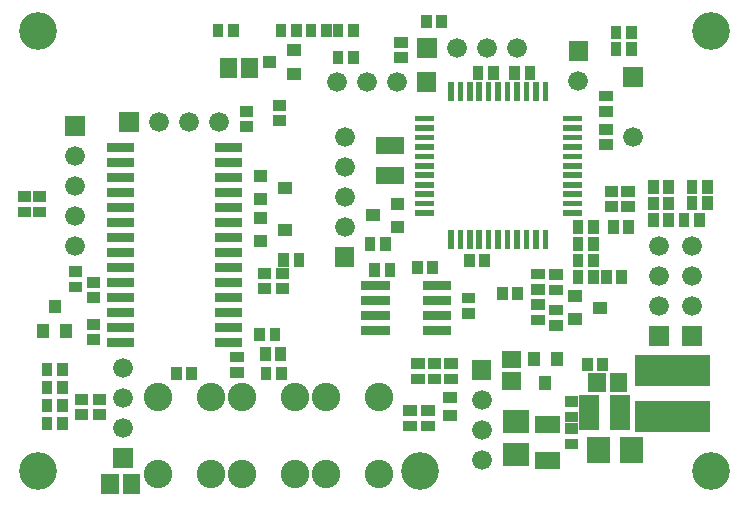
<source format=gbr>
G04 start of page 4 for group -4063 idx -4063 *
G04 Title: (unknown), componentmask *
G04 Creator: pcb 20091103 *
G04 CreationDate: Fri 29 Oct 2010 14:31:42 GMT UTC *
G04 For: thomas *
G04 Format: Gerber/RS-274X *
G04 PCB-Dimensions: 600000 500000 *
G04 PCB-Coordinate-Origin: lower left *
%MOIN*%
%FSLAX25Y25*%
%LNFRONTMASK*%
%ADD15C,0.0200*%
%ADD29R,0.0300X0.0300*%
%ADD35C,0.1260*%
%ADD36C,0.0660*%
%ADD37C,0.0950*%
%ADD38R,0.0355X0.0355*%
%ADD39R,0.0572X0.0572*%
%ADD40R,0.0400X0.0400*%
%ADD41R,0.0550X0.0550*%
%ADD42R,0.0187X0.0187*%
%ADD43R,0.0440X0.0440*%
%ADD44R,0.1027X0.1027*%
%ADD45R,0.0750X0.0750*%
%ADD46R,0.0360X0.0360*%
G54D35*X74394Y246276D03*
G54D15*G36*
X101700Y219300D02*Y212700D01*
X108300D01*
Y219300D01*
X101700D01*
G37*
G54D36*X115000Y216000D03*
X125000D03*
X135000D03*
G54D15*G36*
X83692Y218080D02*Y211480D01*
X90292D01*
Y218080D01*
X83692D01*
G37*
G54D36*X86992Y204780D03*
Y194780D03*
Y184780D03*
Y174780D03*
G54D35*X298803Y99819D03*
Y246276D03*
G54D15*G36*
X289204Y148002D02*Y141402D01*
X295804D01*
Y148002D01*
X289204D01*
G37*
G54D36*X292504Y154702D03*
Y164702D03*
Y174702D03*
X214315Y240764D03*
X224315D03*
G54D15*G36*
X219125Y136505D02*Y129905D01*
X225725D01*
Y136505D01*
X219125D01*
G37*
G54D36*X222425Y123205D03*
Y113205D03*
Y103205D03*
X234315Y240764D03*
G54D15*G36*
X269519Y234254D02*Y227654D01*
X276119D01*
Y234254D01*
X269519D01*
G37*
G54D36*X272819Y210954D03*
G54D15*G36*
X251409Y243041D02*Y236441D01*
X258009D01*
Y243041D01*
X251409D01*
G37*
G54D36*X254709Y229741D03*
G54D15*G36*
X278180Y147923D02*Y141323D01*
X284780D01*
Y147923D01*
X278180D01*
G37*
G54D36*X281480Y154623D03*
Y164623D03*
Y174623D03*
G54D37*X114551Y98638D03*
Y124228D03*
X132267D03*
Y98638D03*
X142504D03*
Y124228D03*
G54D15*G36*
X99700Y107300D02*Y100700D01*
X106300D01*
Y107300D01*
X99700D01*
G37*
G54D36*X103000Y114000D03*
Y124000D03*
Y134000D03*
G54D35*X74394Y99819D03*
G54D15*G36*
X201015Y244064D02*Y237464D01*
X207615D01*
Y244064D01*
X201015D01*
G37*
G36*
X200762Y232663D02*Y226063D01*
X207362D01*
Y232663D01*
X200762D01*
G37*
G54D36*X194062Y229363D03*
X184062D03*
X174062D03*
X176756Y210922D03*
G54D15*G36*
X173456Y174222D02*Y167622D01*
X180056D01*
Y174222D01*
X173456D01*
G37*
G54D36*X176756Y180922D03*
Y190922D03*
Y200922D03*
G54D37*X170457Y98638D03*
Y124228D03*
X160220D03*
Y98638D03*
X188173Y124228D03*
Y98638D03*
G54D35*X201953Y99819D03*
G54D38*X139654Y247052D02*Y246068D01*
X134536Y247052D02*Y246068D01*
G54D39*X138095Y234346D02*Y233560D01*
X145181Y234346D02*Y233560D01*
G54D38*X155536Y247052D02*Y246068D01*
G54D40*X151400Y236000D02*X152000D01*
G54D38*X160654Y247052D02*Y246068D01*
X165536Y247052D02*Y246068D01*
X143508Y219559D02*X144492D01*
X143508Y214441D02*X144492D01*
X154508Y216441D02*X155492D01*
X154508Y221559D02*X155492D01*
G54D40*X159600Y232100D02*X160200D01*
X159600Y239900D02*X160200D01*
G54D38*X174536Y247052D02*Y246068D01*
X179654Y247052D02*Y246068D01*
X170654Y247052D02*Y246068D01*
X179654Y238052D02*Y237068D01*
X174536Y238052D02*Y237068D01*
X195162Y237417D02*X196146D01*
X195162Y242535D02*X196146D01*
X204000Y249984D02*Y249000D01*
X209118Y249984D02*Y249000D01*
G54D29*X135095Y152560D02*X141095D01*
X135095Y157560D02*X141095D01*
X135095Y162560D02*X141095D01*
G54D38*X155508Y160441D02*X156492D01*
G54D29*X135095Y167560D02*X141095D01*
X135095Y172560D02*X141095D01*
X135095Y177560D02*X141095D01*
G54D38*X156441Y170492D02*Y169508D01*
X161559Y170492D02*Y169508D01*
X155508Y165559D02*X156492D01*
G54D29*X135095Y182560D02*X141095D01*
X135095Y187560D02*X141095D01*
X135095Y192560D02*X141095D01*
X135095Y197560D02*X141095D01*
X135095Y202560D02*X141095D01*
X135095Y207560D02*X141095D01*
G54D38*X185221Y175901D02*Y174917D01*
G54D41*X190142Y198245D02*X193742D01*
X190142Y208245D02*X193742D01*
G54D40*X194079Y180996D02*X194679D01*
X194079Y188796D02*X194679D01*
X185879Y184896D02*X186479D01*
G54D38*X190339Y175901D02*Y174917D01*
X200969Y168029D02*Y167045D01*
X186795Y167240D02*Y166256D01*
X191913Y167240D02*Y166256D01*
G54D29*X183728Y161651D02*X190228D01*
X183728Y156651D02*X190228D01*
X183728Y151651D02*X190228D01*
X183728Y146651D02*X190228D01*
X204228D02*X210728D01*
X204228Y151651D02*X210728D01*
X204228Y156651D02*X210728D01*
X204228Y161651D02*X210728D01*
G54D38*X206087Y168029D02*Y167045D01*
X86603Y161001D02*X87587D01*
X92508Y157441D02*X93492D01*
X92508Y162559D02*X93492D01*
X86603Y166119D02*X87587D01*
G54D40*X76200Y146600D02*Y146000D01*
X80100Y154800D02*Y154200D01*
X84000Y146600D02*Y146000D01*
G54D38*X92508Y143441D02*X93492D01*
X92508Y148559D02*X93492D01*
X149508Y160441D02*X150492D01*
X149508Y165559D02*X150492D01*
G54D40*X156600Y180100D02*X157200D01*
G54D38*X155693Y132594D02*Y131610D01*
X150575Y132594D02*Y131610D01*
X150378Y139190D02*Y138206D01*
X155496Y139190D02*Y138206D01*
X153527Y145685D02*Y144701D01*
X140339Y137614D02*X141323D01*
G54D29*X135095Y142560D02*X141095D01*
X135095Y147560D02*X141095D01*
G54D38*X148409Y145685D02*Y144701D01*
X125772Y132594D02*Y131610D01*
X120654Y132594D02*Y131610D01*
G54D40*X148400Y198000D02*X149000D01*
X148400Y190200D02*X149000D01*
X156600Y194100D02*X157200D01*
X148400Y184000D02*X149000D01*
X148400Y176200D02*X149000D01*
G54D29*X99095Y207560D02*X105095D01*
X99095Y202560D02*X105095D01*
X99095Y197560D02*X105095D01*
X99095Y192560D02*X105095D01*
G54D38*X69603Y186001D02*X70587D01*
X74603D02*X75587D01*
X69603Y191119D02*X70587D01*
X74603D02*X75587D01*
G54D29*X99095Y187560D02*X105095D01*
X99095Y182560D02*X105095D01*
X99095Y177560D02*X105095D01*
X99095Y172560D02*X105095D01*
X99095Y167560D02*X105095D01*
X99095Y162560D02*X105095D01*
X99095Y157560D02*X105095D01*
X99095Y152560D02*X105095D01*
X99095Y147560D02*X105095D01*
X99095Y142560D02*X105095D01*
G54D38*X240831Y155135D02*X241815D01*
X246639Y153363D02*X247623D01*
G54D40*X253349Y158008D02*X253949D01*
X261549Y154108D02*X262149D01*
G54D38*X246639Y160056D02*X247623D01*
X240831Y160253D02*X241815D01*
X240831Y150017D02*X241815D01*
X246639Y148245D02*X247623D01*
G54D40*X253349Y150208D02*X253949D01*
G54D38*X217504Y157300D02*X218488D01*
X217504Y152182D02*X218488D01*
X229316Y159367D02*Y158383D01*
X234434Y159367D02*Y158383D01*
G54D42*X201039Y217142D02*X205465D01*
X201039Y213993D02*X205465D01*
X201039Y210843D02*X205465D01*
X201039Y207694D02*X205465D01*
X201039Y204544D02*X205465D01*
X201039Y201394D02*X205465D01*
X201039Y198245D02*X205465D01*
X201039Y195095D02*X205465D01*
X201039Y191946D02*X205465D01*
X237385Y178922D02*Y174496D01*
X240535Y178922D02*Y174496D01*
X243685Y178922D02*Y174496D01*
G54D38*X240831Y165371D02*X241815D01*
G54D42*X201039Y188796D02*X205465D01*
X201039Y185646D02*X205465D01*
X212189Y178922D02*Y174496D01*
X215338Y178922D02*Y174496D01*
X218488Y178922D02*Y174496D01*
X221637Y178922D02*Y174496D01*
X224787Y178922D02*Y174496D01*
X227937Y178922D02*Y174496D01*
X231086Y178922D02*Y174496D01*
X234236Y178922D02*Y174496D01*
G54D38*X218292Y170390D02*Y169406D01*
X223410Y170390D02*Y169406D01*
G54D42*X250409Y185646D02*X254835D01*
X250409Y188795D02*X254835D01*
X250409Y191945D02*X254835D01*
X250409Y195094D02*X254835D01*
X250409Y198244D02*X254835D01*
G54D38*X254512Y181414D02*Y180430D01*
X259630Y164879D02*Y163895D01*
X263962Y164879D02*Y163895D01*
X269080Y164879D02*Y163895D01*
X254512Y164879D02*Y163895D01*
Y170390D02*Y169406D01*
Y175902D02*Y174918D01*
X259630Y170390D02*Y169406D01*
X266323Y181414D02*Y180430D01*
X259630Y181414D02*Y180430D01*
Y175902D02*Y174918D01*
X246639Y165174D02*X247623D01*
G54D42*X250409Y201394D02*X254835D01*
X250409Y204543D02*X254835D01*
X250409Y207693D02*X254835D01*
X250409Y210842D02*X254835D01*
X250409Y213992D02*X254835D01*
X250409Y217142D02*X254835D01*
G54D38*X263370Y219505D02*X264354D01*
X263370Y208481D02*X264354D01*
X263370Y213599D02*X264354D01*
G54D42*X243685Y228292D02*Y223866D01*
X240536Y228292D02*Y223866D01*
G54D38*X263370Y224623D02*X264354D01*
G54D42*X227937Y228292D02*Y223866D01*
X224788Y228292D02*Y223866D01*
G54D38*X226362Y232890D02*Y231906D01*
G54D42*X221638Y228292D02*Y223866D01*
X218489Y228292D02*Y223866D01*
X215339Y228292D02*Y223866D01*
X212189Y228292D02*Y223866D01*
G54D38*X221244Y232890D02*Y231906D01*
G54D42*X237386Y228292D02*Y223866D01*
X234237Y228292D02*Y223866D01*
X231087Y228292D02*Y223866D01*
G54D38*X233449Y232890D02*Y231906D01*
X238567Y232890D02*Y231906D01*
X267276Y246260D02*Y245276D01*
X272394Y246260D02*Y245276D01*
X267276Y240747D02*Y239763D01*
X272394Y240747D02*Y239763D01*
X265240Y192930D02*X266224D01*
X265240Y187812D02*X266224D01*
X279709Y183777D02*Y182793D01*
Y189288D02*Y188304D01*
Y194800D02*Y193816D01*
X284827Y183777D02*Y182793D01*
X289945Y183777D02*Y182793D01*
X295063Y183777D02*Y182793D01*
X284827Y189288D02*Y188304D01*
X292504Y194899D02*Y193915D01*
X297622Y194899D02*Y193915D01*
X284827Y194800D02*Y193816D01*
X297622Y189584D02*Y188600D01*
X292504Y189584D02*Y188600D01*
X270752Y192930D02*X271736D01*
X270752Y187812D02*X271736D01*
X271441Y181414D02*Y180430D01*
G54D43*X257075Y122905D02*X259475D01*
X257075Y119205D02*X259475D01*
G54D38*X251933Y122764D02*X252917D01*
G54D43*X267375Y115505D02*X269775D01*
X267375Y119205D02*X269775D01*
X267375Y122905D02*X269775D01*
G54D39*X267968Y129598D02*Y128812D01*
X260882Y129598D02*Y128812D01*
G54D38*X257654Y135697D02*Y134713D01*
X262772Y135697D02*Y134713D01*
G54D44*X278859Y117851D02*X293425D01*
X278859Y133205D02*X293425D01*
G54D45*X272425Y107405D02*Y106205D01*
X261425Y107405D02*Y106205D01*
G54D40*X239738Y137405D02*Y136805D01*
G54D39*X232032Y136748D02*X232818D01*
G54D46*X211425Y124205D02*X212425D01*
X211425Y118205D02*X212425D01*
G54D38*X198133Y119764D02*X199117D01*
X198133Y114646D02*X199117D01*
X204133D02*X205117D01*
X204133Y119764D02*X205117D01*
X206185Y130332D02*X207169D01*
X200673D02*X201657D01*
X206185Y135450D02*X207169D01*
X200673D02*X201657D01*
X211697D02*X212681D01*
X211697Y130332D02*X212681D01*
G54D40*X247538Y137405D02*Y136805D01*
X243638Y129205D02*Y128605D01*
G54D39*X232032Y129662D02*X232818D01*
G54D45*X233425Y105205D02*X234625D01*
X233425Y116205D02*X234625D01*
G54D39*X243244Y115110D02*X245606D01*
X243244Y103300D02*X245606D01*
G54D43*X257075Y115505D02*X259475D01*
G54D38*X251933Y117646D02*X252917D01*
X251933Y108646D02*X252917D01*
X251933Y113764D02*X252917D01*
X140339Y132496D02*X141323D01*
G54D39*X105653Y95661D02*Y94875D01*
X98567Y95661D02*Y94875D01*
G54D38*X94508Y118441D02*X95492D01*
X94508Y123559D02*X95492D01*
X77536Y128052D02*Y127068D01*
X82654Y128052D02*Y127068D01*
X77536Y134052D02*Y133068D01*
X82654Y134052D02*Y133068D01*
X88508Y118441D02*X89492D01*
X88508Y123559D02*X89492D01*
X77536Y122052D02*Y121068D01*
X82654Y122052D02*Y121068D01*
X77536Y116052D02*Y115068D01*
X82654Y116052D02*Y115068D01*
M02*

</source>
